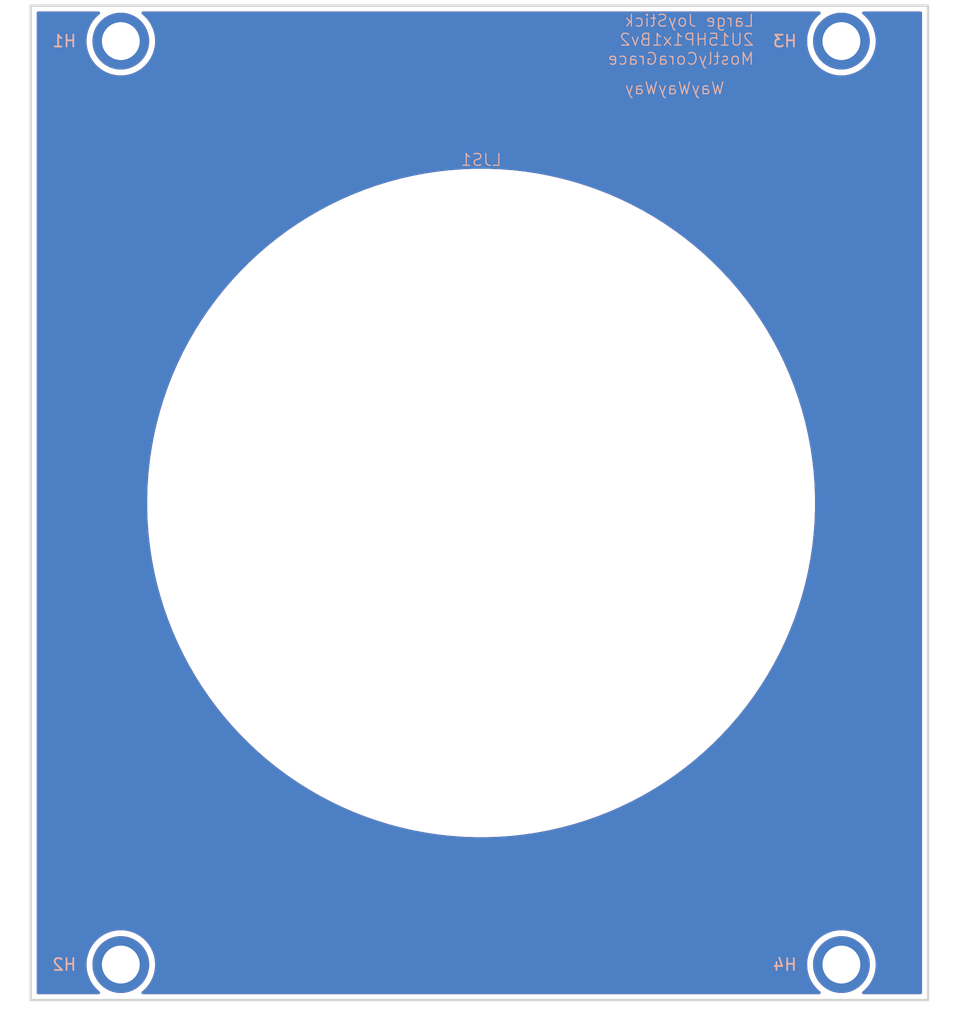
<source format=kicad_pcb>
(kicad_pcb (version 20241229) (generator "pcbnew") (generator_version "9.0")
  (layers (0 "F.Cu" signal) (2 "B.Cu" signal) (13 "F.Paste" user) (15 "B.Paste" user) (5 "F.SilkS" user "F.Silkscreen") (7 "B.SilkS" user "B.Silkscreen") (1 "F.Mask" user) (3 "B.Mask" user) (25 "Edge.Cuts" user))
  (net 0 "")
  (footprint "EXC:MountingHole_3.2mm_M3" (layer "F.Cu") (at 7.62 5.425)
    (property "Reference" "H1" (at -3.683 0 0) (layer "B.SilkS") (effects (justify left mirror)))
    (property "Value" "Eurorack_M3_MountingHole")
    (pad "" thru_hole circle (at 0 0) (size 4.8 4.8) (drill 3.2) (layers "*.Cu" "*.Mask"))
  )
  (footprint "EXC:MountingHole_3.2mm_M3" (layer "F.Cu") (at 68.58 83.475)
    (property "Reference" "H4" (at -3.683 0 0) (layer "B.SilkS") (effects (justify left mirror)))
    (property "Value" "Eurorack_M3_MountingHole")
    (pad "" thru_hole circle (at 0 0) (size 4.8 4.8) (drill 3.2) (layers "*.Cu" "*.Mask"))
  )
  (footprint "EXC:Analog_Joystick_M39_Panel_Mount_Top" (layer "F.Cu") (at 38.1 44.4625)
    (property "Reference" "LJS1" (at 0 -29 0) (layer "B.SilkS") (effects (font (thickness 0.1)) (justify mirror)))
    (property "Value" "Analog_Joystick_M39_Panel_Mount_Top")
    (pad "" np_thru_hole circle (at 0 0) (size 56 56) (drill 56) (layers "*.Cu" "*.Mask"))
  )
  (footprint "EXC:MountingHole_3.2mm_M3" (layer "F.Cu") (at 7.62 83.475)
    (property "Reference" "H2" (at -3.683 0 0) (layer "B.SilkS") (effects (justify left mirror)))
    (property "Value" "Eurorack_M3_MountingHole")
    (pad "" thru_hole circle (at 0 0) (size 4.8 4.8) (drill 3.2) (layers "*.Cu" "*.Mask"))
  )
  (footprint "EXC:MountingHole_3.2mm_M3" (layer "F.Cu") (at 68.58 5.425)
    (property "Reference" "H3" (at -3.683 0 0) (layer "B.SilkS") (effects (justify left mirror)))
    (property "Value" "Eurorack_M3_MountingHole")
    (pad "" thru_hole circle (at 0 0) (size 4.8 4.8) (drill 3.2) (layers "*.Cu" "*.Mask"))
  )
  (gr_rect (start 0 2.425) (end 75.9 86.475) (stroke (width 0.2)) (fill no) (layer "Edge.Cuts"))
  (gr_text "Large JoyStick\n2U15HP1x1Bv2\nMostlyCoraGrace" (at 61.25 7.5 0) (layer "B.SilkS") (effects (font (size 1 1) (thickness 0.1)) (justify left bottom mirror)))
  (gr_text "WayWayWay" (at 58.75 10 0) (layer "B.SilkS") (effects (font (size 1 1) (thickness 0.1)) (justify left bottom mirror)))
  (zone (net 0) (net_name "") (layers "F.Cu" "B.Cu") (connect_pads (clearance 0.5)) (min_thickness 0.25) (fill yes (thermal_gap 0.5) (thermal_bridge_width 0.5) (island_removal_mode 1) (island_area_min 10))
    (polygon (pts (xy 0 2.425) (xy 75.9 2.425) (xy 75.9 86.475) (xy 0 86.475)))
  )
)
</source>
